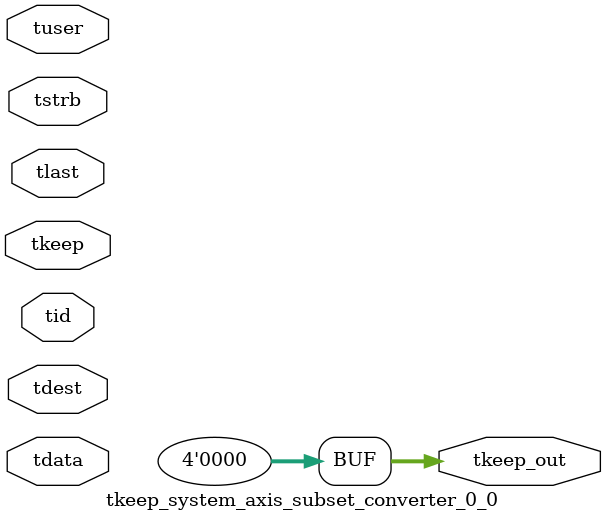
<source format=v>


`timescale 1ps/1ps

module tkeep_system_axis_subset_converter_0_0 #
(
parameter C_S_AXIS_TDATA_WIDTH = 32,
parameter C_S_AXIS_TUSER_WIDTH = 0,
parameter C_S_AXIS_TID_WIDTH   = 0,
parameter C_S_AXIS_TDEST_WIDTH = 0,
parameter C_M_AXIS_TDATA_WIDTH = 32
)
(
input  [(C_S_AXIS_TDATA_WIDTH == 0 ? 1 : C_S_AXIS_TDATA_WIDTH)-1:0     ] tdata,
input  [(C_S_AXIS_TUSER_WIDTH == 0 ? 1 : C_S_AXIS_TUSER_WIDTH)-1:0     ] tuser,
input  [(C_S_AXIS_TID_WIDTH   == 0 ? 1 : C_S_AXIS_TID_WIDTH)-1:0       ] tid,
input  [(C_S_AXIS_TDEST_WIDTH == 0 ? 1 : C_S_AXIS_TDEST_WIDTH)-1:0     ] tdest,
input  [(C_S_AXIS_TDATA_WIDTH/8)-1:0 ] tkeep,
input  [(C_S_AXIS_TDATA_WIDTH/8)-1:0 ] tstrb,
input                                                                    tlast,
output [(C_M_AXIS_TDATA_WIDTH/8)-1:0 ] tkeep_out
);

assign tkeep_out = {1'b0};

endmodule


</source>
